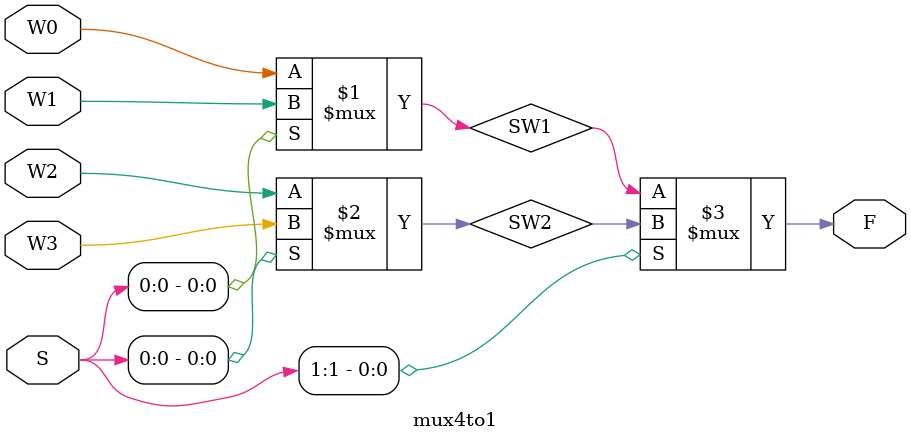
<source format=v>

`ifndef mux4to1
  `define mux4to1
module mux4to1(W0, W1, W2, W3, S, F);
	input W0, W1, W2, W3;
	input [1:0] S;
	output F;
	
	assign SW1 = (S[0]) ? (W1) : (W0);
	assign SW2 = (S[0]) ? (W3) : (W2);
	
	assign F = (S[1]) ? (SW2) : (SW1);
endmodule

`endif

</source>
